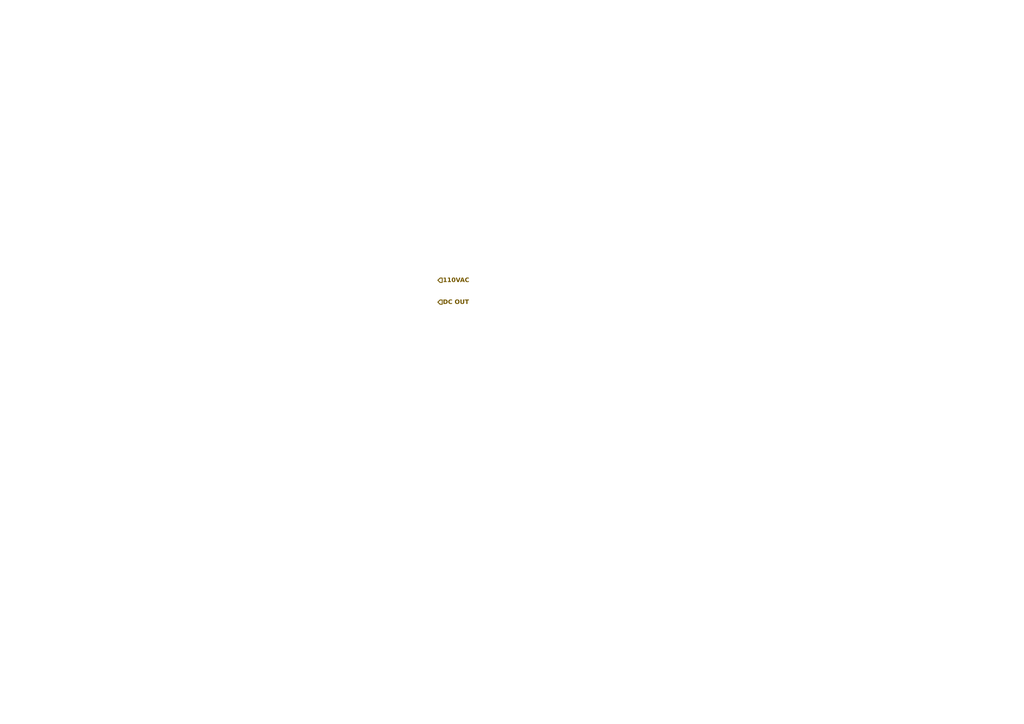
<source format=kicad_sch>
(kicad_sch
	(version 20240101)
	(generator "eeschema")
	(generator_version "8.99")
	(uuid "9656877e-9947-4465-b8a7-40790b2fc774")
	(paper "A4")
	(lib_symbols)
	(hierarchical_label "110VAC"
		(shape input)
		(at 127 81.28 0)
		(fields_autoplaced yes)
		(effects
			(font
				(face "JetBrains Mono")
				(size 1.27 1.27)
				(thickness 0.254)
				(bold yes)
			)
			(justify left)
		)
		(uuid "1be9d5f4-0ca6-427a-b675-c19e060a8574")
	)
	(hierarchical_label "DC OUT"
		(shape input)
		(at 127 87.63 0)
		(fields_autoplaced yes)
		(effects
			(font
				(face "JetBrains Mono")
				(size 1.27 1.27)
				(thickness 0.254)
				(bold yes)
			)
			(justify left)
		)
		(uuid "a8a6402c-1511-4dd1-8f11-620e7c75baf9")
	)
)
</source>
